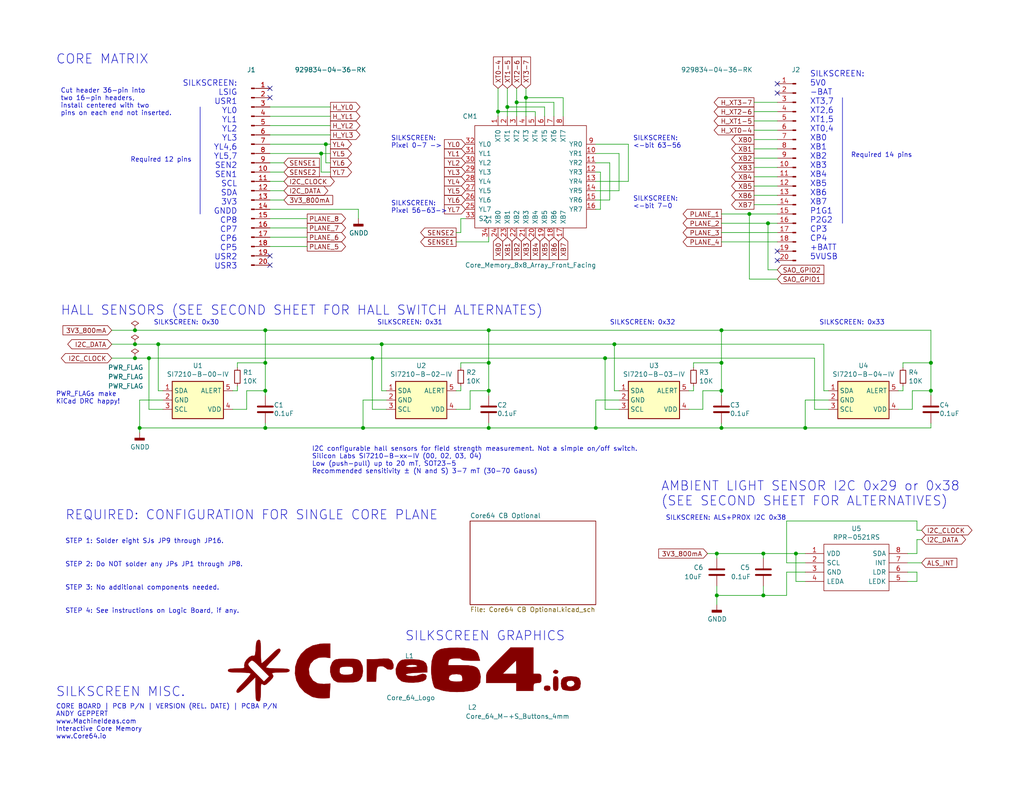
<source format=kicad_sch>
(kicad_sch (version 20230121) (generator eeschema)
  (paper "A")
  (title_block (title "Core64 CB (Core Board)") (date "2023-02-21") (rev "1.1") (company "Concept and design by Andy Geppert @ www.MachineIdeas.com") (comment 1 "Visit www.Core64.io for information on assembly and optional features.") (comment 4 "All capacitors ceramic X7R unless otherwise noted."))
  (lib_symbols
    (symbol "CORE_64_LIBRARY:Core_64_M-+S_Buttons_4mm" (pin_names (offset 1.016))
      (property "Reference" "L" (at 0 0 0))
      (property "Value" "Core_64_M-+S_Buttons_4mm" (at 1.27 -2.54 0))
    )
    (symbol "CORE_64_LIBRARY:Core_Memory_8x8_Array_Front_Facing" (pin_names (offset 1.016))
      (property "Reference" "CM" (at -13.97 15.24 0))
      (property "Value" "Core_Memory_8x8_Array_Front_Facing" (at 27.94 15.24 0))
      (symbol "Core_Memory_8x8_Array_Front_Facing_1_1"
        (pin input line (at -8.89 16.51 270) (length 2.54) (name "XT0") (number "1"))
        (pin input line (at 17.78 6.35 180) (length 2.54) (name "YR1") (number "10"))
        (pin input line (at 17.78 3.81 180) (length 2.54) (name "YR2") (number "11"))
        (pin input line (at 17.78 1.27 180) (length 2.54) (name "YR3") (number "12"))
        (pin input line (at 17.78 -1.27 180) (length 2.54) (name "YR4") (number "13"))
        (pin input line (at 17.78 -3.81 180) (length 2.54) (name "YR5") (number "14"))
        (pin input line (at 17.78 -6.35 180) (length 2.54) (name "YR6") (number "15"))
        (pin input line (at 17.78 -8.89 180) (length 2.54) (name "YR7") (number "16"))
        (pin input line (at 8.89 -16.51 90) (length 2.54) (name "XB7") (number "17"))
        (pin input line (at 6.35 -16.51 90) (length 2.54) (name "XB6") (number "18"))
        (pin input line (at 3.81 -16.51 90) (length 2.54) (name "XB5") (number "19"))
        (pin input line (at -6.35 16.51 270) (length 2.54) (name "XT1") (number "2"))
        (pin input line (at 1.27 -16.51 90) (length 2.54) (name "XB4") (number "20"))
        (pin input line (at -1.27 -16.51 90) (length 2.54) (name "XB3") (number "21"))
        (pin input line (at -3.81 -16.51 90) (length 2.54) (name "XB2") (number "22"))
        (pin input line (at -6.35 -16.51 90) (length 2.54) (name "XB1") (number "23"))
        (pin input line (at -8.89 -16.51 90) (length 2.54) (name "XB0") (number "24"))
        (pin input line (at -17.78 -8.89 0) (length 2.54) (name "YL7") (number "25"))
        (pin input line (at -17.78 -6.35 0) (length 2.54) (name "YL6") (number "26"))
        (pin input line (at -17.78 -3.81 0) (length 2.54) (name "YL5") (number "27"))
        (pin input line (at -17.78 -1.27 0) (length 2.54) (name "YL4") (number "28"))
        (pin input line (at -17.78 1.27 0) (length 2.54) (name "YL3") (number "29"))
        (pin input line (at -3.81 16.51 270) (length 2.54) (name "XT2") (number "3"))
        (pin input line (at -17.78 3.81 0) (length 2.54) (name "YL2") (number "30"))
        (pin input line (at -17.78 6.35 0) (length 2.54) (name "YL1") (number "31"))
        (pin input line (at -17.78 8.89 0) (length 2.54) (name "YL0") (number "32"))
        (pin output line (at -17.78 -11.43 0) (length 2.54) (name "S2") (number "33"))
        (pin output line (at -11.43 -16.51 90) (length 2.54) (name "S1") (number "34"))
        (pin input line (at -1.27 16.51 270) (length 2.54) (name "XT3") (number "4"))
        (pin input line (at 1.27 16.51 270) (length 2.54) (name "XT4") (number "5"))
        (pin input line (at 3.81 16.51 270) (length 2.54) (name "XT5") (number "6"))
        (pin input line (at 6.35 16.51 270) (length 2.54) (name "XT6") (number "7"))
        (pin input line (at 8.89 16.51 270) (length 2.54) (name "XT7") (number "8"))
        (pin input line (at 17.78 8.89 180) (length 2.54) (name "YR0") (number "9"))
      )
    )
    (symbol "CORE_64_LIBRARY:LOGO" (pin_names (offset 1.016)))
    (symbol "Core64 CB-rescue:Conn_01x20_Male-Connector" (pin_names (offset 1.016) hide)
      (property "Reference" "J" (at 0 25.4 0))
      (property "Value" "Connector_Conn_01x20_Male" (at 0 -27.94 0))
      (symbol "Conn_01x20_Male-Connector_1_1"
        (pin passive line (at 5.08 22.86 180) (length 3.81) (name "Pin_1") (number "1"))
        (pin passive line (at 5.08 0 180) (length 3.81) (name "Pin_10") (number "10"))
        (pin passive line (at 5.08 -2.54 180) (length 3.81) (name "Pin_11") (number "11"))
        (pin passive line (at 5.08 -5.08 180) (length 3.81) (name "Pin_12") (number "12"))
        (pin passive line (at 5.08 -7.62 180) (length 3.81) (name "Pin_13") (number "13"))
        (pin passive line (at 5.08 -10.16 180) (length 3.81) (name "Pin_14") (number "14"))
        (pin passive line (at 5.08 -12.7 180) (length 3.81) (name "Pin_15") (number "15"))
        (pin passive line (at 5.08 -15.24 180) (length 3.81) (name "Pin_16") (number "16"))
        (pin passive line (at 5.08 -17.78 180) (length 3.81) (name "Pin_17") (number "17"))
        (pin passive line (at 5.08 -20.32 180) (length 3.81) (name "Pin_18") (number "18"))
        (pin passive line (at 5.08 -22.86 180) (length 3.81) (name "Pin_19") (number "19"))
        (pin passive line (at 5.08 20.32 180) (length 3.81) (name "Pin_2") (number "2"))
        (pin passive line (at 5.08 -25.4 180) (length 3.81) (name "Pin_20") (number "20"))
        (pin passive line (at 5.08 17.78 180) (length 3.81) (name "Pin_3") (number "3"))
        (pin passive line (at 5.08 15.24 180) (length 3.81) (name "Pin_4") (number "4"))
        (pin passive line (at 5.08 12.7 180) (length 3.81) (name "Pin_5") (number "5"))
        (pin passive line (at 5.08 10.16 180) (length 3.81) (name "Pin_6") (number "6"))
        (pin passive line (at 5.08 7.62 180) (length 3.81) (name "Pin_7") (number "7"))
        (pin passive line (at 5.08 5.08 180) (length 3.81) (name "Pin_8") (number "8"))
        (pin passive line (at 5.08 2.54 180) (length 3.81) (name "Pin_9") (number "9"))
      )
    )
    (symbol "Core64 CB-rescue:RPR-0521RS-RPR-0521RS" (pin_names (offset 0.762))
      (property "Reference" "IC" (at 24.13 7.62 0))
      (property "Value" "RPR-0521RS_RPR-0521RS" (at 24.13 5.08 0))
      (symbol "RPR-0521RS-RPR-0521RS_0_0"
        (pin passive line (at 0 0 0) (length 5.08) (name "VDD") (number "1"))
        (pin passive line (at 0 -2.54 0) (length 5.08) (name "SCL") (number "2"))
        (pin passive line (at 0 -5.08 0) (length 5.08) (name "GND") (number "3"))
        (pin passive line (at 0 -7.62 0) (length 5.08) (name "LEDA") (number "4"))
        (pin passive line (at 27.94 -7.62 180) (length 5.08) (name "LEDK") (number "5"))
        (pin passive line (at 27.94 -5.08 180) (length 5.08) (name "LDR") (number "6"))
        (pin passive line (at 27.94 -2.54 180) (length 5.08) (name "INT") (number "7"))
        (pin passive line (at 27.94 0 180) (length 5.08) (name "SDA") (number "8"))
      )
    )
    (symbol "Core64 CB-rescue:SI7210-Sensor_Magnetic"
      (property "Reference" "U" (at -6.35 5.08 0))
      (property "Value" "Sensor_Magnetic_SI7210" (at 2.54 5.08 0))
      (symbol "SI7210-Sensor_Magnetic_1_1"
        (pin bidirectional line (at -10.16 0 0) (length 2.54) (name "SDA") (number "1"))
        (pin power_in line (at -10.16 -2.54 0) (length 2.54) (name "GND") (number "2"))
        (pin bidirectional line (at -10.16 -5.08 0) (length 2.54) (name "SCL") (number "3"))
        (pin power_in line (at 8.89 -5.08 180) (length 2.54) (name "VDD") (number "4"))
        (pin power_out line (at 8.89 0 180) (length 2.54) (name "ALERT") (number "5"))
      )
    )
    (symbol "Device:C" (pin_numbers hide) (pin_names (offset 0.254))
      (property "Reference" "C" (at 0.635 2.54 0))
      (property "Value" "C" (at 0.635 -2.54 0))
      (symbol "C_1_1"
        (pin passive line (at 0 3.81 270) (length 2.794) (name "~") (number "1"))
        (pin passive line (at 0 -3.81 90) (length 2.794) (name "~") (number "2"))
      )
    )
    (symbol "Device:R_Small" (pin_numbers hide) (pin_names (offset 0.254) hide)
      (property "Reference" "R" (at 0.762 0.508 0))
      (property "Value" "R_Small" (at 0.762 -1.016 0))
      (symbol "R_Small_1_1"
        (pin passive line (at 0 2.54 270) (length 0.762) (name "~") (number "1"))
        (pin passive line (at 0 -2.54 90) (length 0.762) (name "~") (number "2"))
      )
    )
    (symbol "power:GNDD" (power) (pin_names (offset 0))
      (property "Value" "GNDD" (at 0 -3.175 0))
      (symbol "GNDD_1_1"
        (pin power_in line (at 0 0 270) (length 0) hide (name "GNDD") (number "1"))
      )
    )
    (symbol "power:PWR_FLAG" (power) (pin_numbers hide) (pin_names (offset 0) hide)
      (property "Value" "PWR_FLAG" (at 0 3.81 0))
      (symbol "PWR_FLAG_0_0"
        (pin power_out line (at 0 0 90) (length 0) (name "pwr") (number "1"))
      )
    )
  )
  (junction (at 133.35 99.06))
  (junction (at 133.35 106.68))
  (junction (at 104.14 93.98))
  (junction (at 162.56 116.84))
  (junction (at 36.83 90.17))
  (junction (at 38.1 116.84))
  (junction (at 196.85 90.17))
  (junction (at 167.64 93.98))
  (junction (at 72.39 106.68))
  (junction (at 36.83 93.98))
  (junction (at 219.71 116.84))
  (junction (at 138.43 29.21))
  (junction (at 196.85 116.84))
  (junction (at 217.17 151.13))
  (junction (at 209.55 60.96))
  (junction (at 72.39 116.84))
  (junction (at 140.97 27.94))
  (junction (at 204.47 58.42))
  (junction (at 40.64 97.79))
  (junction (at 196.85 106.68))
  (junction (at 195.58 151.13))
  (junction (at 72.39 99.06))
  (junction (at 87.63 41.91))
  (junction (at 88.9 39.37))
  (junction (at 165.1 97.79))
  (junction (at 43.18 93.98))
  (junction (at 135.89 30.48))
  (junction (at 133.35 90.17))
  (junction (at 196.85 99.06))
  (junction (at 254 99.06))
  (junction (at 195.58 162.56))
  (junction (at 36.83 97.79))
  (junction (at 72.39 90.17))
  (junction (at 208.28 151.13))
  (junction (at 99.06 116.84))
  (junction (at 133.35 116.84))
  (junction (at 254 106.68))
  (junction (at 143.51 26.67))
  (junction (at 208.28 162.56))
  (junction (at 101.6 97.79))
  (no_connect (at 212.09 71.12))
  (no_connect (at 73.66 26.67))
  (no_connect (at 212.09 22.86))
  (no_connect (at 73.66 24.13))
  (no_connect (at 73.66 69.85))
  (no_connect (at 212.09 68.58))
  (no_connect (at 73.66 72.39))
  (no_connect (at 212.09 25.4))
  (wire (pts (xy 133.35 99.06) (xy 133.35 90.17)))
  (wire (pts (xy 72.39 99.06) (xy 72.39 106.68)))
  (wire (pts (xy 125.73 100.33) (xy 125.73 99.06)))
  (wire (pts (xy 246.38 105.41) (xy 246.38 106.68)))
  (wire (pts (xy 250.19 156.21) (xy 247.65 156.21)))
  (wire (pts (xy 90.17 29.21) (xy 73.66 29.21)))
  (wire (pts (xy 90.17 41.91) (xy 87.63 41.91)))
  (wire (pts (xy 219.71 116.84) (xy 219.71 109.22)))
  (wire (pts (xy 72.39 106.68) (xy 67.31 106.68)))
  (wire (pts (xy 219.71 158.75) (xy 217.17 158.75)))
  (wire (pts (xy 165.1 97.79) (xy 222.25 97.79)))
  (wire (pts (xy 166.37 44.45) (xy 162.56 44.45)))
  (wire (pts (xy 212.09 76.2) (xy 204.47 76.2)))
  (wire (pts (xy 73.66 49.53) (xy 77.47 49.53)))
  (polyline (pts (xy 54.61 29.21) (xy 54.61 58.42)))
  (wire (pts (xy 40.64 111.76) (xy 44.45 111.76)))
  (wire (pts (xy 90.17 36.83) (xy 73.66 36.83)))
  (wire (pts (xy 196.85 66.04) (xy 212.09 66.04)))
  (wire (pts (xy 254 106.68) (xy 248.92 106.68)))
  (wire (pts (xy 40.64 111.76) (xy 40.64 97.79)))
  (wire (pts (xy 247.65 158.75) (xy 250.19 158.75)))
  (wire (pts (xy 73.66 54.61) (xy 77.47 54.61)))
  (wire (pts (xy 133.35 90.17) (xy 196.85 90.17)))
  (wire (pts (xy 196.85 116.84) (xy 219.71 116.84)))
  (wire (pts (xy 99.06 109.22) (xy 99.06 116.84)))
  (wire (pts (xy 72.39 116.84) (xy 38.1 116.84)))
  (wire (pts (xy 246.38 106.68) (xy 245.11 106.68)))
  (wire (pts (xy 30.48 97.79) (xy 36.83 97.79)))
  (wire (pts (xy 125.73 105.41) (xy 125.73 106.68)))
  (wire (pts (xy 148.59 29.21) (xy 148.59 31.75)))
  (wire (pts (xy 251.46 144.78) (xy 250.19 144.78)))
  (wire (pts (xy 246.38 100.33) (xy 246.38 99.06)))
  (wire (pts (xy 73.66 64.77) (xy 83.82 64.77)))
  (wire (pts (xy 168.91 106.68) (xy 167.64 106.68)))
  (wire (pts (xy 162.56 57.15) (xy 163.83 57.15)))
  (wire (pts (xy 64.77 106.68) (xy 63.5 106.68)))
  (wire (pts (xy 250.19 151.13) (xy 250.19 147.32)))
  (wire (pts (xy 196.85 107.95) (xy 196.85 106.68)))
  (wire (pts (xy 208.28 151.13) (xy 195.58 151.13)))
  (wire (pts (xy 167.64 106.68) (xy 167.64 93.98)))
  (wire (pts (xy 209.55 60.96) (xy 209.55 73.66)))
  (wire (pts (xy 217.17 158.75) (xy 217.17 151.13)))
  (wire (pts (xy 101.6 97.79) (xy 165.1 97.79)))
  (wire (pts (xy 254 115.57) (xy 254 116.84)))
  (wire (pts (xy 105.41 109.22) (xy 99.06 109.22)))
  (wire (pts (xy 205.74 50.8) (xy 212.09 50.8)))
  (wire (pts (xy 219.71 156.21) (xy 214.63 156.21)))
  (wire (pts (xy 250.19 144.78) (xy 250.19 142.24)))
  (wire (pts (xy 99.06 116.84) (xy 72.39 116.84)))
  (wire (pts (xy 217.17 151.13) (xy 219.71 151.13)))
  (wire (pts (xy 101.6 111.76) (xy 101.6 97.79)))
  (wire (pts (xy 195.58 152.4) (xy 195.58 151.13)))
  (wire (pts (xy 73.66 34.29) (xy 90.17 34.29)))
  (wire (pts (xy 43.18 106.68) (xy 43.18 93.98)))
  (wire (pts (xy 36.83 93.98) (xy 43.18 93.98)))
  (wire (pts (xy 247.65 151.13) (xy 250.19 151.13)))
  (wire (pts (xy 73.66 52.07) (xy 77.47 52.07)))
  (wire (pts (xy 196.85 63.5) (xy 212.09 63.5)))
  (wire (pts (xy 73.66 31.75) (xy 90.17 31.75)))
  (wire (pts (xy 88.9 44.45) (xy 90.17 44.45)))
  (wire (pts (xy 44.45 109.22) (xy 38.1 109.22)))
  (wire (pts (xy 87.63 41.91) (xy 73.66 41.91)))
  (wire (pts (xy 143.51 31.75) (xy 143.51 26.67)))
  (wire (pts (xy 226.06 111.76) (xy 222.25 111.76)))
  (wire (pts (xy 151.13 27.94) (xy 151.13 31.75)))
  (wire (pts (xy 73.66 59.69) (xy 83.82 59.69)))
  (wire (pts (xy 195.58 162.56) (xy 195.58 160.02)))
  (wire (pts (xy 196.85 106.68) (xy 191.77 106.68)))
  (wire (pts (xy 43.18 93.98) (xy 104.14 93.98)))
  (wire (pts (xy 99.06 116.84) (xy 133.35 116.84)))
  (wire (pts (xy 214.63 156.21) (xy 214.63 162.56)))
  (wire (pts (xy 153.67 26.67) (xy 153.67 31.75)))
  (wire (pts (xy 171.45 39.37) (xy 171.45 49.53)))
  (wire (pts (xy 171.45 49.53) (xy 162.56 49.53)))
  (wire (pts (xy 30.48 93.98) (xy 36.83 93.98)))
  (wire (pts (xy 135.89 30.48) (xy 146.05 30.48)))
  (wire (pts (xy 133.35 115.57) (xy 133.35 116.84)))
  (wire (pts (xy 162.56 52.07) (xy 168.91 52.07)))
  (wire (pts (xy 88.9 39.37) (xy 73.66 39.37)))
  (wire (pts (xy 212.09 43.18) (xy 205.74 43.18)))
  (wire (pts (xy 88.9 39.37) (xy 88.9 44.45)))
  (wire (pts (xy 36.83 90.17) (xy 30.48 90.17)))
  (wire (pts (xy 168.91 111.76) (xy 165.1 111.76)))
  (wire (pts (xy 72.39 90.17) (xy 36.83 90.17)))
  (wire (pts (xy 87.63 46.99) (xy 90.17 46.99)))
  (wire (pts (xy 196.85 90.17) (xy 254 90.17)))
  (wire (pts (xy 38.1 116.84) (xy 38.1 118.11)))
  (wire (pts (xy 140.97 27.94) (xy 140.97 24.13)))
  (wire (pts (xy 214.63 142.24) (xy 214.63 153.67)))
  (polyline (pts (xy 229.87 26.67) (xy 229.87 60.96)))
  (wire (pts (xy 208.28 151.13) (xy 208.28 152.4)))
  (wire (pts (xy 87.63 41.91) (xy 87.63 46.99)))
  (wire (pts (xy 73.66 57.15) (xy 97.79 57.15)))
  (wire (pts (xy 104.14 93.98) (xy 167.64 93.98)))
  (wire (pts (xy 212.09 38.1) (xy 205.74 38.1)))
  (wire (pts (xy 250.19 147.32) (xy 251.46 147.32)))
  (wire (pts (xy 247.65 153.67) (xy 251.46 153.67)))
  (wire (pts (xy 162.56 109.22) (xy 162.56 116.84)))
  (wire (pts (xy 254 99.06) (xy 254 106.68)))
  (wire (pts (xy 219.71 153.67) (xy 214.63 153.67)))
  (wire (pts (xy 189.23 99.06) (xy 196.85 99.06)))
  (wire (pts (xy 73.66 44.45) (xy 77.47 44.45)))
  (wire (pts (xy 246.38 99.06) (xy 254 99.06)))
  (wire (pts (xy 133.35 106.68) (xy 128.27 106.68)))
  (wire (pts (xy 191.77 111.76) (xy 191.77 106.68)))
  (wire (pts (xy 83.82 62.23) (xy 73.66 62.23)))
  (wire (pts (xy 125.73 99.06) (xy 133.35 99.06)))
  (wire (pts (xy 40.64 97.79) (xy 101.6 97.79)))
  (wire (pts (xy 205.74 30.48) (xy 212.09 30.48)))
  (wire (pts (xy 146.05 30.48) (xy 146.05 31.75)))
  (wire (pts (xy 189.23 105.41) (xy 189.23 106.68)))
  (wire (pts (xy 143.51 26.67) (xy 153.67 26.67)))
  (wire (pts (xy 127 59.69) (xy 125.73 59.69)))
  (wire (pts (xy 245.11 111.76) (xy 248.92 111.76)))
  (wire (pts (xy 168.91 41.91) (xy 162.56 41.91)))
  (wire (pts (xy 63.5 111.76) (xy 67.31 111.76)))
  (wire (pts (xy 72.39 90.17) (xy 133.35 90.17)))
  (wire (pts (xy 133.35 116.84) (xy 162.56 116.84)))
  (wire (pts (xy 196.85 99.06) (xy 196.85 90.17)))
  (wire (pts (xy 72.39 99.06) (xy 72.39 90.17)))
  (wire (pts (xy 162.56 39.37) (xy 171.45 39.37)))
  (wire (pts (xy 138.43 31.75) (xy 138.43 29.21)))
  (wire (pts (xy 196.85 60.96) (xy 209.55 60.96)))
  (wire (pts (xy 208.28 162.56) (xy 214.63 162.56)))
  (wire (pts (xy 209.55 60.96) (xy 212.09 60.96)))
  (wire (pts (xy 189.23 106.68) (xy 187.96 106.68)))
  (wire (pts (xy 90.17 39.37) (xy 88.9 39.37)))
  (wire (pts (xy 133.35 107.95) (xy 133.35 106.68)))
  (wire (pts (xy 64.77 99.06) (xy 72.39 99.06)))
  (wire (pts (xy 135.89 30.48) (xy 135.89 24.13)))
  (wire (pts (xy 205.74 35.56) (xy 212.09 35.56)))
  (wire (pts (xy 83.82 67.31) (xy 73.66 67.31)))
  (wire (pts (xy 195.58 165.1) (xy 195.58 162.56)))
  (wire (pts (xy 72.39 115.57) (xy 72.39 116.84)))
  (wire (pts (xy 196.85 99.06) (xy 196.85 106.68)))
  (wire (pts (xy 138.43 29.21) (xy 138.43 24.13)))
  (wire (pts (xy 163.83 46.99) (xy 162.56 46.99)))
  (wire (pts (xy 209.55 73.66) (xy 212.09 73.66)))
  (wire (pts (xy 140.97 27.94) (xy 151.13 27.94)))
  (wire (pts (xy 128.27 111.76) (xy 128.27 106.68)))
  (wire (pts (xy 219.71 109.22) (xy 226.06 109.22)))
  (wire (pts (xy 163.83 57.15) (xy 163.83 46.99)))
  (wire (pts (xy 77.47 46.99) (xy 73.66 46.99)))
  (wire (pts (xy 205.74 27.94) (xy 212.09 27.94)))
  (wire (pts (xy 104.14 106.68) (xy 104.14 93.98)))
  (wire (pts (xy 214.63 142.24) (xy 250.19 142.24)))
  (wire (pts (xy 224.79 106.68) (xy 224.79 93.98)))
  (wire (pts (xy 138.43 29.21) (xy 148.59 29.21)))
  (wire (pts (xy 124.46 111.76) (xy 128.27 111.76)))
  (wire (pts (xy 168.91 52.07) (xy 168.91 41.91)))
  (wire (pts (xy 162.56 116.84) (xy 196.85 116.84)))
  (wire (pts (xy 205.74 53.34) (xy 212.09 53.34)))
  (wire (pts (xy 43.18 106.68) (xy 44.45 106.68)))
  (wire (pts (xy 167.64 93.98) (xy 224.79 93.98)))
  (wire (pts (xy 64.77 105.41) (xy 64.77 106.68)))
  (wire (pts (xy 254 99.06) (xy 254 90.17)))
  (wire (pts (xy 97.79 57.15) (xy 97.79 59.69)))
  (wire (pts (xy 105.41 111.76) (xy 101.6 111.76)))
  (wire (pts (xy 36.83 97.79) (xy 40.64 97.79)))
  (wire (pts (xy 165.1 111.76) (xy 165.1 97.79)))
  (wire (pts (xy 67.31 111.76) (xy 67.31 106.68)))
  (wire (pts (xy 205.74 55.88) (xy 212.09 55.88)))
  (wire (pts (xy 208.28 162.56) (xy 195.58 162.56)))
  (wire (pts (xy 248.92 111.76) (xy 248.92 106.68)))
  (wire (pts (xy 168.91 109.22) (xy 162.56 109.22)))
  (wire (pts (xy 208.28 151.13) (xy 217.17 151.13)))
  (wire (pts (xy 219.71 116.84) (xy 254 116.84)))
  (wire (pts (xy 212.09 48.26) (xy 205.74 48.26)))
  (wire (pts (xy 125.73 106.68) (xy 124.46 106.68)))
  (wire (pts (xy 254 107.95) (xy 254 106.68)))
  (wire (pts (xy 140.97 31.75) (xy 140.97 27.94)))
  (wire (pts (xy 189.23 100.33) (xy 189.23 99.06)))
  (wire (pts (xy 125.73 59.69) (xy 125.73 63.5)))
  (wire (pts (xy 38.1 109.22) (xy 38.1 116.84)))
  (wire (pts (xy 193.04 151.13) (xy 195.58 151.13)))
  (wire (pts (xy 205.74 33.02) (xy 212.09 33.02)))
  (wire (pts (xy 250.19 158.75) (xy 250.19 156.21)))
  (wire (pts (xy 212.09 40.64) (xy 205.74 40.64)))
  (wire (pts (xy 212.09 58.42) (xy 204.47 58.42)))
  (wire (pts (xy 143.51 26.67) (xy 143.51 24.13)))
  (wire (pts (xy 204.47 76.2) (xy 204.47 58.42)))
  (wire (pts (xy 162.56 54.61) (xy 166.37 54.61)))
  (wire (pts (xy 72.39 107.95) (xy 72.39 106.68)))
  (wire (pts (xy 187.96 111.76) (xy 191.77 111.76)))
  (wire (pts (xy 208.28 162.56) (xy 208.28 160.02)))
  (wire (pts (xy 135.89 30.48) (xy 135.89 31.75)))
  (wire (pts (xy 166.37 54.61) (xy 166.37 44.45)))
  (wire (pts (xy 105.41 106.68) (xy 104.14 106.68)))
  (wire (pts (xy 64.77 100.33) (xy 64.77 99.06)))
  (wire (pts (xy 222.25 111.76) (xy 222.25 97.79)))
  (wire (pts (xy 226.06 106.68) (xy 224.79 106.68)))
  (wire (pts (xy 196.85 115.57) (xy 196.85 116.84)))
  (wire (pts (xy 125.73 63.5) (xy 124.46 63.5)))
  (wire (pts (xy 204.47 58.42) (xy 196.85 58.42)))
  (wire (pts (xy 205.74 45.72) (xy 212.09 45.72)))
  (wire (pts (xy 133.35 66.04) (xy 133.35 64.77)))
  (wire (pts (xy 133.35 99.06) (xy 133.35 106.68)))
  (wire (pts (xy 124.46 66.04) (xy 133.35 66.04)))
  (text "SILKSCREEN MISC." (at 15.24 190.5 0) (effects (font (size 2.54 2.54)) (justify left bottom)))
  (text "SILKSCREEN: 0x33" (at 223.52 88.9 0) (effects (font (size 1.27 1.27)) (justify left bottom)))
  (text "SILKSCREEN:\n<-bit 7-0" (at 172.72 57.15 0) (effects (font (size 1.27 1.27)) (justify left bottom)))
  (text "AMBIENT LIGHT SENSOR I2C 0x29 or 0x38\n(SEE SECOND SHEET FOR ALTERNATIVES)" (at 180.34 138.43 0) (effects (font (size 2.54 2.54)) (justify left bottom)))
  (text "SILKSCREEN: ALS+PROX I2C 0x38" (at 181.61 142.24 0) (effects (font (size 1.27 1.27)) (justify left bottom)))
  (text "SILKSCREEN GRAPHICS" (at 110.49 175.26 0) (effects (font (size 2.54 2.54)) (justify left bottom)))
  (text "REQUIRED: CONFIGURATION FOR SINGLE CORE PLANE" (at 17.78 142.24 0) (effects (font (size 2.54 2.54)) (justify left bottom)))
  (text "SILKSCREEN:\n<-bit 63-56" (at 172.72 40.64 0) (effects (font (size 1.27 1.27)) (justify left bottom)))
  (text "PWR_FLAGs make\nKiCad DRC happy!" (at 15.24 110.49 0) (effects (font (size 1.27 1.27)) (justify left bottom)))
  (text "STEP 4: See instructions on Logic Board, if any." (at 17.78 167.64 0) (effects (font (size 1.27 1.27)) (justify left bottom)))
  (text "SILKSCREEN:\nPixel 0-7 ->" (at 106.68 40.64 0) (effects (font (size 1.27 1.27)) (justify left bottom)))
  (text "Cut header 36-pin into\ntwo 16-pin headers,\ninstall centered with two\npins on each end not inserted." (at 16.51 31.75 0) (effects (font (size 1.27 1.27)) (justify left bottom)))
  (text "SILKSCREEN:\nLSIG\nUSR1\nYL0\nYL1\nYL2\nYL3\nYL4,6\nYL5,7\nSEN2\nSEN1\nSCL\nSDA\n3V3\nGNDD\nCP8\nCP7\nCP6\nCP5\nUSR2\nUSR3" (at 64.77 73.66 0) (effects (font (size 1.55 1.55)) (justify right bottom)))
  (text "SILKSCREEN:\nPixel 56-63->" (at 106.68 58.42 0) (effects (font (size 1.27 1.27)) (justify left bottom)))
  (text "STEP 1: Solder eight SJs JP9 through JP16." (at 17.78 148.59 0) (effects (font (size 1.27 1.27)) (justify left bottom)))
  (text "I2C configurable hall sensors for field strength measurement. Not a simple on/off switch.\nSilicon Labs SI7210-B-xx-IV (00, 02, 03, 04)\nLow (push-pull) up to 20 mT, SOT23-5\nRecommended sensitivity ± (N and S) 3-7 mT (30-70 Gauss)" (at 85.09 129.54 0) (effects (font (size 1.27 1.27)) (justify left bottom)))
  (text "SILKSCREEN:\n5V0\n-BAT\nXT3,7\nXT2,6\nXT1,5\nXT0,4\nXB0\nXB1\nXB2\nXB3\nXB4\nXB5\nXB6\nXB7\nP1G1\nP2G2\nCP3\nCP4\n+BATT\n5VUSB" (at 220.98 71.12 0) (effects (font (size 1.55 1.55)) (justify left bottom)))
  (text "CORE MATRIX" (at 15.24 17.78 0) (effects (font (size 2.54 2.54)) (justify left bottom)))
  (text "HALL SENSORS (SEE SECOND SHEET FOR HALL SWITCH ALTERNATES)" (at 16.51 86.36 0) (effects (font (size 2.54 2.54)) (justify left bottom)))
  (text "Required 12 pins" (at 35.56 44.45 0) (effects (font (size 1.27 1.27)) (justify left bottom)))
  (text "SILKSCREEN: 0x32" (at 166.37 88.9 0) (effects (font (size 1.27 1.27)) (justify left bottom)))
  (text "STEP 2: Do NOT solder any JPs JP1 through JP8." (at 17.78 154.94 0) (effects (font (size 1.27 1.27)) (justify left bottom)))
  (text "SILKSCREEN: 0x30" (at 41.91 88.9 0) (effects (font (size 1.27 1.27)) (justify left bottom)))
  (text "CORE BOARD | PCB P/N | VERSION (REL. DATE) | PCBA P/N\nANDY GEPPERT   \nwww.MachineIdeas.com\nInteractive Core Memory\nwww.Core64.io" (at 15.24 201.93 0) (effects (font (size 1.27 1.27)) (justify left bottom)))
  (text "SILKSCREEN: 0x31" (at 102.87 88.9 0) (effects (font (size 1.27 1.27)) (justify left bottom)))
  (text "STEP 3: No additional components needed." (at 17.78 161.29 0) (effects (font (size 1.27 1.27)) (justify left bottom)))
  (text "Required 14 pins" (at 248.92 43.18 0) (effects (font (size 1.27 1.27)) (justify right bottom)))
  (global_label "YL1" (shape input) (at 127 41.91 180) (property "Intersheetrefs" "${INTERSHEET_REFS}" (effects hide)))
  (global_label "YL7" (shape output) (at 90.17 46.99 0) (property "Intersheetrefs" "${INTERSHEET_REFS}" (effects hide)))
  (global_label "H_XT0-4" (shape output) (at 205.74 35.56 180) (property "Intersheetrefs" "${INTERSHEET_REFS}" (effects hide)))
  (global_label "I2C_CLOCK" (shape bidirectional) (at 30.48 97.79 180) (property "Intersheetrefs" "${INTERSHEET_REFS}" (effects hide)))
  (global_label "XT0-4" (shape input) (at 135.89 24.13 90) (property "Intersheetrefs" "${INTERSHEET_REFS}" (effects hide)))
  (global_label "I2C_CLOCK" (shape bidirectional) (at 251.46 144.78 0) (property "Intersheetrefs" "${INTERSHEET_REFS}" (effects hide)))
  (global_label "H_XT2-6" (shape output) (at 205.74 30.48 180) (property "Intersheetrefs" "${INTERSHEET_REFS}" (effects hide)))
  (global_label "XB7" (shape output) (at 205.74 55.88 180) (property "Intersheetrefs" "${INTERSHEET_REFS}" (effects hide)))
  (global_label "XB4" (shape input) (at 146.05 64.77 270) (property "Intersheetrefs" "${INTERSHEET_REFS}" (effects hide)))
  (global_label "XT1-5" (shape input) (at 138.43 24.13 90) (property "Intersheetrefs" "${INTERSHEET_REFS}" (effects hide)))
  (global_label "YL4" (shape input) (at 127 49.53 180) (property "Intersheetrefs" "${INTERSHEET_REFS}" (effects hide)))
  (global_label "PLANE_1" (shape output) (at 196.85 58.42 180) (property "Intersheetrefs" "${INTERSHEET_REFS}" (effects hide)))
  (global_label "PLANE_7" (shape output) (at 83.82 62.23 0) (property "Intersheetrefs" "${INTERSHEET_REFS}" (effects hide)))
  (global_label "YL5" (shape input) (at 127 52.07 180) (property "Intersheetrefs" "${INTERSHEET_REFS}" (effects hide)))
  (global_label "H_YL3" (shape output) (at 90.17 36.83 0) (property "Intersheetrefs" "${INTERSHEET_REFS}" (effects hide)))
  (global_label "XB7" (shape input) (at 153.67 64.77 270) (property "Intersheetrefs" "${INTERSHEET_REFS}" (effects hide)))
  (global_label "XB0" (shape input) (at 135.89 64.77 270) (property "Intersheetrefs" "${INTERSHEET_REFS}" (effects hide)))
  (global_label "H_YL1" (shape output) (at 90.17 31.75 0) (property "Intersheetrefs" "${INTERSHEET_REFS}" (effects hide)))
  (global_label "SENSE1" (shape output) (at 124.46 66.04 180) (property "Intersheetrefs" "${INTERSHEET_REFS}" (effects hide)))
  (global_label "YL0" (shape input) (at 127 39.37 180) (property "Intersheetrefs" "${INTERSHEET_REFS}" (effects hide)))
  (global_label "3V3_800mA" (shape input) (at 77.47 54.61 0) (property "Intersheetrefs" "${INTERSHEET_REFS}" (effects hide)))
  (global_label "YL4" (shape output) (at 90.17 39.37 0) (property "Intersheetrefs" "${INTERSHEET_REFS}" (effects hide)))
  (global_label "3V3_800mA" (shape input) (at 193.04 151.13 180) (property "Intersheetrefs" "${INTERSHEET_REFS}" (effects hide)))
  (global_label "XB6" (shape input) (at 151.13 64.77 270) (property "Intersheetrefs" "${INTERSHEET_REFS}" (effects hide)))
  (global_label "XB5" (shape output) (at 205.74 50.8 180) (property "Intersheetrefs" "${INTERSHEET_REFS}" (effects hide)))
  (global_label "PLANE_8" (shape output) (at 83.82 59.69 0) (property "Intersheetrefs" "${INTERSHEET_REFS}" (effects hide)))
  (global_label "H_XT3-7" (shape output) (at 205.74 27.94 180) (property "Intersheetrefs" "${INTERSHEET_REFS}" (effects hide)))
  (global_label "YL7" (shape input) (at 127 57.15 180) (property "Intersheetrefs" "${INTERSHEET_REFS}" (effects hide)))
  (global_label "SENSE2" (shape output) (at 124.46 63.5 180) (property "Intersheetrefs" "${INTERSHEET_REFS}" (effects hide)))
  (global_label "PLANE_4" (shape output) (at 196.85 66.04 180) (property "Intersheetrefs" "${INTERSHEET_REFS}" (effects hide)))
  (global_label "XB3" (shape input) (at 143.51 64.77 270) (property "Intersheetrefs" "${INTERSHEET_REFS}" (effects hide)))
  (global_label "XT2-6" (shape input) (at 140.97 24.13 90) (property "Intersheetrefs" "${INTERSHEET_REFS}" (effects hide)))
  (global_label "YL3" (shape input) (at 127 46.99 180) (property "Intersheetrefs" "${INTERSHEET_REFS}" (effects hide)))
  (global_label "H_YL0" (shape output) (at 90.17 29.21 0) (property "Intersheetrefs" "${INTERSHEET_REFS}" (effects hide)))
  (global_label "YL5" (shape output) (at 90.17 41.91 0) (property "Intersheetrefs" "${INTERSHEET_REFS}" (effects hide)))
  (global_label "I2C_CLOCK" (shape bidirectional) (at 77.47 49.53 0) (property "Intersheetrefs" "${INTERSHEET_REFS}" (effects hide)))
  (global_label "YL2" (shape input) (at 127 44.45 180) (property "Intersheetrefs" "${INTERSHEET_REFS}" (effects hide)))
  (global_label "PLANE_2" (shape output) (at 196.85 60.96 180) (property "Intersheetrefs" "${INTERSHEET_REFS}" (effects hide)))
  (global_label "PLANE_6" (shape output) (at 83.82 64.77 0) (property "Intersheetrefs" "${INTERSHEET_REFS}" (effects hide)))
  (global_label "XB1" (shape output) (at 205.74 40.64 180) (property "Intersheetrefs" "${INTERSHEET_REFS}" (effects hide)))
  (global_label "XB2" (shape output) (at 205.74 43.18 180) (property "Intersheetrefs" "${INTERSHEET_REFS}" (effects hide)))
  (global_label "3V3_800mA" (shape input) (at 30.48 90.17 180) (property "Intersheetrefs" "${INTERSHEET_REFS}" (effects hide)))
  (global_label "PLANE_5" (shape output) (at 83.82 67.31 0) (property "Intersheetrefs" "${INTERSHEET_REFS}" (effects hide)))
  (global_label "XB3" (shape output) (at 205.74 45.72 180) (property "Intersheetrefs" "${INTERSHEET_REFS}" (effects hide)))
  (global_label "XB1" (shape input) (at 138.43 64.77 270) (property "Intersheetrefs" "${INTERSHEET_REFS}" (effects hide)))
  (global_label "ALS_INT" (shape input) (at 251.46 153.67 0) (property "Intersheetrefs" "${INTERSHEET_REFS}" (effects hide)))
  (global_label "H_XT1-5" (shape output) (at 205.74 33.02 180) (property "Intersheetrefs" "${INTERSHEET_REFS}" (effects hide)))
  (global_label "I2C_DATA" (shape bidirectional) (at 251.46 147.32 0) (property "Intersheetrefs" "${INTERSHEET_REFS}" (effects hide)))
  (global_label "SENSE2" (shape input) (at 77.47 46.99 0) (property "Intersheetrefs" "${INTERSHEET_REFS}" (effects hide)))
  (global_label "SAO_GPIO1" (shape input) (at 212.09 76.2 0) (property "Intersheetrefs" "${INTERSHEET_REFS}" (effects hide)))
  (global_label "YL6" (shape output) (at 90.17 44.45 0) (property "Intersheetrefs" "${INTERSHEET_REFS}" (effects hide)))
  (global_label "I2C_DATA" (shape bidirectional) (at 77.47 52.07 0) (property "Intersheetrefs" "${INTERSHEET_REFS}" (effects hide)))
  (global_label "XB2" (shape input) (at 140.97 64.77 270) (property "Intersheetrefs" "${INTERSHEET_REFS}" (effects hide)))
  (global_label "XB0" (shape output) (at 205.74 38.1 180) (property "Intersheetrefs" "${INTERSHEET_REFS}" (effects hide)))
  (global_label "XB6" (shape output) (at 205.74 53.34 180) (property "Intersheetrefs" "${INTERSHEET_REFS}" (effects hide)))
  (global_label "H_YL2" (shape output) (at 90.17 34.29 0) (property "Intersheetrefs" "${INTERSHEET_REFS}" (effects hide)))
  (global_label "SAO_GPIO2" (shape input) (at 212.09 73.66 0) (property "Intersheetrefs" "${INTERSHEET_REFS}" (effects hide)))
  (global_label "XT3-7" (shape input) (at 143.51 24.13 90) (property "Intersheetrefs" "${INTERSHEET_REFS}" (effects hide)))
  (global_label "YL6" (shape input) (at 127 54.61 180) (property "Intersheetrefs" "${INTERSHEET_REFS}" (effects hide)))
  (global_label "PLANE_3" (shape output) (at 196.85 63.5 180) (property "Intersheetrefs" "${INTERSHEET_REFS}" (effects hide)))
  (global_label "XB4" (shape output) (at 205.74 48.26 180) (property "Intersheetrefs" "${INTERSHEET_REFS}" (effects hide)))
  (global_label "I2C_DATA" (shape bidirectional) (at 30.48 93.98 180) (property "Intersheetrefs" "${INTERSHEET_REFS}" (effects hide)))
  (global_label "XB5" (shape input) (at 148.59 64.77 270) (property "Intersheetrefs" "${INTERSHEET_REFS}" (effects hide)))
  (global_label "SENSE1" (shape input) (at 77.47 44.45 0) (property "Intersheetrefs" "${INTERSHEET_REFS}" (effects hide)))
  (symbol (lib_id "Core64 CB-rescue:Conn_01x20_Male-Connector") (at 217.17 45.72 0) (mirror y) (unit 1)
    (property "Reference" "J2" (at 217.17 19.05 0))
    (property "Value" "929834-04-36-RK" (at 195.58 19.05 0))
    (property "Footprint" "Core_64_footprints:PinHeader_1x20_P2.54mm_Vertical_SMD_and_TH_Pin1Right" (effects hide))
    (property "Alt. Manufacturer" "Amphenol ICC (FCI)" (effects hide))
    (property "Alt. Mfg P/N" "77311-420-36LF" (effects hide))
    (property "Mfg P/N" "929834-04-36-RK" (effects hide))
    (property "Insert" "NO" (effects hide))
    (property "Manufacturer_Name" "3M" (effects hide))
    (property "Supplier (Primary)" "Mouser" (effects hide))
    (property "Supplier SKU (Primary)" "517-929834-04-36-RK" (effects hide))
  )
  (symbol (lib_id "Core64 CB-rescue:Conn_01x20_Male-Connector") (at 68.58 46.99 0) (unit 1)
    (property "Reference" "J1" (at 68.58 19.05 0))
    (property "Value" "929834-04-36-RK" (at 90.17 19.05 0))
    (property "Footprint" "Core_64_footprints:PinHeader_1x20_P2.54mm_Vertical_SMD_and_TH_Pin1Right" (effects hide))
    (property "Alt. Manufacturer" "Amphenol ICC (FCI)" (effects hide))
    (property "Alt. Mfg P/N" "77311-420-36LF" (effects hide))
    (property "Mfg P/N" "929834-04-36-RK" (effects hide))
    (property "Insert" "NO" (effects hide))
    (property "Manufacturer_Name" "3M" (effects hide))
    (property "Supplier (Primary)" "Mouser" (effects hide))
    (property "Supplier SKU (Primary)" "517-929834-04-36-RK" (effects hide))
  )
  (symbol (lib_id "CORE_64_LIBRARY:Core_Memory_8x8_Array_Front_Facing") (at 144.78 48.26 0) (unit 1)
    (property "Reference" "CM1" (at 128.27 31.75 0))
    (property "Value" "Core_Memory_8x8_Array_Front_Facing" (at 144.78 72.39 0))
    (property "Footprint" "Core_64_footprints:core_64_6.75mm_square_v0.5_front_facing" (effects hide))
    (property "Insert" "NO" (effects hide))
    (property "Description" "Opening for the cores and wire grid" (effects hide))
  )
  (symbol (lib_id "power:GNDD") (at 97.79 59.69 0) (unit 1)
    (property "Reference" "#PWR05" (effects hide))
    (property "Value" "GNDD" (at 97.8916 63.627 0))
  )
  (symbol (lib_id "Core64 CB-rescue:SI7210-Sensor_Magnetic") (at 54.61 106.68 0) (unit 1)
    (property "Reference" "U1" (at 53.975 99.822 0))
    (property "Value" "SI7210-B-00-IV" (at 53.975 102.1842 0))
    (property "Footprint" "Package_TO_SOT_SMD:SOT-23-5" (effects hide))
    (property "Datasheet" "http://www.infineon.com/dgdl/Infineon-TLV493D-A1B6-DS-v01_00-EN.pdf?fileId=5546d462525dbac40152a6b85c760e80" (effects hide))
    (property "Insert" "YES" (effects hide))
    (property "Manufacturer_Name" "Silicon Labs" (effects hide))
    (property "Mfg P/N" "SI7210-B-00-IV" (effects hide))
    (property "Alt. Manufacturer" "None" (effects hide))
    (property "Alt. Mfg P/N" "None" (effects hide))
    (property "Description" "Si7210 Series I2C Hall Effect Magnetic Position and Temperature Sensor" (effects hide))
    (property "Supplier (2nd)" "Arrow" (effects hide))
    (property "Supplier (Primary)" "Newark" (effects hide))
    (property "Supplier SKU (2nd)" "si7210-b-00-iv" (effects hide))
    (property "Supplier SKU (Primary)" "31AC1357" (effects hide))
  )
  (symbol (lib_id "power:GNDD") (at 38.1 118.11 0) (unit 1)
    (property "Reference" "#PWR03" (effects hide))
    (property "Value" "GNDD" (at 38.2016 122.047 0))
  )
  (symbol (lib_id "Core64 CB-rescue:SI7210-Sensor_Magnetic") (at 115.57 106.68 0) (unit 1)
    (property "Reference" "U2" (at 114.935 99.822 0))
    (property "Value" "SI7210-B-02-IV" (at 114.935 102.1842 0))
    (property "Footprint" "Package_TO_SOT_SMD:SOT-23-5" (effects hide))
    (property "Datasheet" "http://www.infineon.com/dgdl/Infineon-TLV493D-A1B6-DS-v01_00-EN.pdf?fileId=5546d462525dbac40152a6b85c760e80" (effects hide))
    (property "Insert" "YES" (effects hide))
    (property "Manufacturer_Name" "Silicon Labs" (effects hide))
    (property "Mfg P/N" "SI7210-B-02-IV" (effects hide))
    (property "Alt. Manufacturer" "None" (effects hide))
    (property "Alt. Mfg P/N" "None" (effects hide))
    (property "Description" "Si7210 Series I2C Hall Effect Magnetic Position and Temperature Sensor" (effects hide))
    (property "Supplier (2nd)" "Mouser" (effects hide))
    (property "Supplier (Primary)" "Newark" (effects hide))
    (property "Supplier SKU (2nd)" "634-SI7210-B-02-IV" (effects hide))
    (property "Supplier SKU (Primary)" "31AC1359" (effects hide))
  )
  (symbol (lib_id "Core64 CB-rescue:SI7210-Sensor_Magnetic") (at 179.07 106.68 0) (unit 1)
    (property "Reference" "U3" (at 178.435 99.822 0))
    (property "Value" "SI7210-B-03-IV" (at 178.435 102.1842 0))
    (property "Footprint" "Package_TO_SOT_SMD:SOT-23-5" (effects hide))
    (property "Datasheet" "http://www.infineon.com/dgdl/Infineon-TLV493D-A1B6-DS-v01_00-EN.pdf?fileId=5546d462525dbac40152a6b85c760e80" (effects hide))
    (property "Insert" "YES" (effects hide))
    (property "Manufacturer_Name" "Silicon Labs" (effects hide))
    (property "Mfg P/N" "SI7210-B-03-IV" (effects hide))
    (property "Alt. Manufacturer" "None" (effects hide))
    (property "Alt. Mfg P/N" "None" (effects hide))
    (property "Description" "Si7210 Series I2C Hall Effect Magnetic Position and Temperature Sensor" (effects hide))
    (property "Supplier (2nd)" "Mouser" (effects hide))
    (property "Supplier (Primary)" "Newark" (effects hide))
    (property "Supplier SKU (2nd)" "634-SI7210-B-03-IV" (effects hide))
    (property "Supplier SKU (Primary)" "31AC1360" (effects hide))
  )
  (symbol (lib_id "Core64 CB-rescue:SI7210-Sensor_Magnetic") (at 236.22 106.68 0) (unit 1)
    (property "Reference" "U4" (at 235.585 99.822 0))
    (property "Value" "SI7210-B-04-IV" (at 235.585 102.1842 0))
    (property "Footprint" "Package_TO_SOT_SMD:SOT-23-5" (effects hide))
    (property "Datasheet" "http://www.infineon.com/dgdl/Infineon-TLV493D-A1B6-DS-v01_00-EN.pdf?fileId=5546d462525dbac40152a6b85c760e80" (effects hide))
    (property "Insert" "YES" (effects hide))
    (property "Manufacturer_Name" "Silicon Labs" (effects hide))
    (property "Mfg P/N" "SI7210-B-04-IV" (effects hide))
    (property "Alt. Manufacturer" "None" (effects hide))
    (property "Alt. Mfg P/N" "None" (effects hide))
    (property "Description" "Si7210 Series I2C Hall Effect Magnetic Position and Temperature Sensor" (effects hide))
    (property "Supplier (2nd)" "Arrow" (effects hide))
    (property "Supplier (Primary)" "Mouser" (effects hide))
    (property "Supplier SKU (2nd)" "si7210-b-04-iv" (effects hide))
    (property "Supplier SKU (Primary)" "634-SI7210-B-04-IV" (effects hide))
  )
  (symbol (lib_id "Device:C") (at 72.39 111.76 0) (unit 1)
    (property "Reference" "C1" (at 74.7014 110.5916 0) (effects (justify left)))
    (property "Value" "0.1uF" (at 74.7014 112.903 0) (effects (justify left)))
    (property "Footprint" "Capacitor_SMD:C_0805_2012Metric" (effects hide))
    (property "LCSC" "C396718" (effects hide))
    (property "Insert" "YES" (effects hide))
    (property "Description" "Capacitor" (effects hide))
    (property "Value_Modifer" "X7R ceramic" (effects hide))
  )
  (symbol (lib_id "CORE_64_LIBRARY:Core_64_M-+S_Buttons_4mm") (at 127 194.31 0) (unit 1)
    (property "Reference" "L2" (at 127.635 193.1162 0) (effects (justify left)))
    (property "Value" "Core_64_M-+S_Buttons_4mm" (at 127 195.58 0) (effects (justify left)))
    (property "Footprint" "Core_64_footprints:Core64-M_-_+_S_Buttons" (effects hide))
    (property "Insert" "NO" (effects hide))
    (property "Description" "Silkscreen" (effects hide))
  )
  (symbol (lib_id "Device:R_Small") (at 64.77 102.87 0) (unit 1)
    (property "Reference" "R1" (at 66.2686 101.6762 0) (effects (justify left)))
    (property "Value" "10K" (at 66.2686 104.0384 0) (effects (justify left)))
    (property "Footprint" "Resistor_SMD:R_0805_2012Metric" (effects hide))
    (property "LCSC" "C269724" (effects hide))
    (property "Insert" "YES" (effects hide))
    (property "Description" "Resistor" (effects hide))
    (property "Value_Modifer" "10%" (effects hide))
  )
  (symbol (lib_id "Device:C") (at 133.35 111.76 0) (unit 1)
    (property "Reference" "C2" (at 135.6614 110.5916 0) (effects (justify left)))
    (property "Value" "0.1uF" (at 135.6614 112.903 0) (effects (justify left)))
    (property "Footprint" "Capacitor_SMD:C_0805_2012Metric" (effects hide))
    (property "LCSC" "C396718" (effects hide))
    (property "Insert" "YES" (effects hide))
    (property "Description" "Capacitor" (effects hide))
    (property "Value_Modifer" "X7R ceramic" (effects hide))
  )
  (symbol (lib_id "Device:R_Small") (at 125.73 102.87 0) (unit 1)
    (property "Reference" "R2" (at 127.2286 101.6762 0) (effects (justify left)))
    (property "Value" "10K" (at 127.2286 104.0384 0) (effects (justify left)))
    (property "Footprint" "Resistor_SMD:R_0805_2012Metric" (effects hide))
    (property "LCSC" "C269724" (effects hide))
    (property "Insert" "YES" (effects hide))
    (property "Description" "Resistor" (effects hide))
    (property "Value_Modifer" "10%" (effects hide))
  )
  (symbol (lib_id "Device:C") (at 196.85 111.76 0) (unit 1)
    (property "Reference" "C3" (at 199.1614 110.5916 0) (effects (justify left)))
    (property "Value" "0.1uF" (at 199.1614 112.903 0) (effects (justify left)))
    (property "Footprint" "Capacitor_SMD:C_0805_2012Metric" (effects hide))
    (property "LCSC" "C396718" (effects hide))
    (property "Insert" "YES" (effects hide))
    (property "Description" "Capacitor" (effects hide))
    (property "Value_Modifer" "X7R ceramic" (effects hide))
  )
  (symbol (lib_id "Device:R_Small") (at 189.23 102.87 0) (unit 1)
    (property "Reference" "R3" (at 190.7286 101.6762 0) (effects (justify left)))
    (property "Value" "10K" (at 190.7286 104.0384 0) (effects (justify left)))
    (property "Footprint" "Resistor_SMD:R_0805_2012Metric" (effects hide))
    (property "LCSC" "C269724" (effects hide))
    (property "Insert" "YES" (effects hide))
    (property "Description" "Resistor" (effects hide))
    (property "Value_Modifer" "10%" (effects hide))
  )
  (symbol (lib_id "Device:C") (at 254 111.76 0) (unit 1)
    (property "Reference" "C4" (at 256.3114 110.5916 0) (effects (justify left)))
    (property "Value" "0.1uF" (at 256.3114 112.903 0) (effects (justify left)))
    (property "Footprint" "Capacitor_SMD:C_0805_2012Metric" (effects hide))
    (property "LCSC" "C396718" (effects hide))
    (property "Insert" "YES" (effects hide))
    (property "Description" "Capacitor" (effects hide))
    (property "Value_Modifer" "X7R ceramic" (effects hide))
  )
  (symbol (lib_id "Device:R_Small") (at 246.38 102.87 0) (unit 1)
    (property "Reference" "R4" (at 247.8786 101.6762 0) (effects (justify left)))
    (property "Value" "10K" (at 247.8786 104.0384 0) (effects (justify left)))
    (property "Footprint" "Resistor_SMD:R_0805_2012Metric" (effects hide))
    (property "LCSC" "C269724" (effects hide))
    (property "Insert" "YES" (effects hide))
    (property "Description" "Resistor" (effects hide))
    (property "Value_Modifer" "10%" (effects hide))
  )
  (symbol (lib_id "Device:C") (at 208.28 156.21 0) (unit 1)
    (property "Reference" "C5" (at 201.93 154.94 0) (effects (justify left)))
    (property "Value" "0.1uF" (at 199.39 157.48 0) (effects (justify left)))
    (property "Footprint" "Capacitor_SMD:C_0805_2012Metric" (effects hide))
    (property "LCSC" "C396718" (effects hide))
    (property "Insert" "NO" (effects hide))
    (property "Description" "Capacitor" (effects hide))
    (property "Value_Modifer" "X7R ceramic" (effects hide))
  )
  (symbol (lib_id "power:GNDD") (at 195.58 165.1 0) (unit 1)
    (property "Reference" "#PWR01" (effects hide))
    (property "Value" "GNDD" (at 195.6816 169.037 0))
  )
  (symbol (lib_id "Core64 CB-rescue:RPR-0521RS-RPR-0521RS") (at 219.71 151.13 0) (unit 1)
    (property "Reference" "U5" (at 233.68 144.3228 0))
    (property "Value" "RPR-0521RS" (at 233.68 146.685 0))
    (property "Footprint" "Rohm_RPR-0521RS:RPR0521RS" (effects hide))
    (property "Datasheet" "http://rohmfs.rohm.com/en/products/databook/datasheet/opto/optical_sensor/opto_module/rpr-0521rs-e.pdf" (effects hide))
    (property "Description" "I2C Digital Light Sensor, ALS w/prox 1.8V logic w/IrLED driver" (effects hide))
    (property "Height" "1.35" (effects hide))
    (property "Manufacturer_Name" "ROHM Semiconductor" (effects hide))
    (property "Manufacturer_Part_Number" "RPR-0521RS" (effects hide))
    (property "Mouser Part Number" "755-RPR-0521RS" (effects hide))
    (property "Mouser Price/Stock" "https://www.mouser.co.uk/ProductDetail/ROHM-Semiconductor/RPR-0521RS/?qs=pn%2Fzyis3XjF8Rw%252BiP8XjBQ%3D%3D" (effects hide))
    (property "Insert" "NO" (effects hide))
    (property "Mfg P/N" "RPR-0521RS" (effects hide))
    (property "Alt. Manufacturer" "None" (effects hide))
    (property "Alt. Mfg P/N" "None" (effects hide))
  )
  (symbol (lib_id "Device:C") (at 195.58 156.21 0) (unit 1)
    (property "Reference" "C6" (at 189.23 154.94 0) (effects (justify left)))
    (property "Value" "10uF" (at 186.69 157.48 0) (effects (justify left)))
    (property "Footprint" "Capacitor_SMD:C_0805_2012Metric" (effects hide))
    (property "LCSC" "C396718" (effects hide))
    (property "Insert" "NO" (effects hide))
    (property "Description" "Capacitor" (effects hide))
    (property "Value_Modifer" "X7R ceramic" (effects hide))
  )
  (symbol (lib_id "power:PWR_FLAG") (at 36.83 93.98 0) (unit 1)
    (property "Reference" "#FLG02" (effects hide))
    (property "Value" "PWR_FLAG" (at 34.29 102.87 0))
  )
  (symbol (lib_id "power:PWR_FLAG") (at 36.83 90.17 0) (unit 1)
    (property "Reference" "#FLG01" (effects hide))
    (property "Value" "PWR_FLAG" (at 34.29 100.33 0))
  )
  (symbol (lib_id "CORE_64_LIBRARY:LOGO") (at 110.49 182.88 0) (unit 1)
    (property "Reference" "L1" (at 110.49 179.07 0) (effects (justify left)))
    (property "Value" "Core_64_Logo" (at 105.41 190.5 0) (effects (justify left)))
    (property "Footprint" "Core_64_KiCad_Library:Core64.io_w_core_symbol_9mm_tall" (effects hide))
    (property "Insert?" "No" (effects hide))
    (property "Populate" "DNP" (effects hide))
  )
  (symbol (lib_id "power:PWR_FLAG") (at 36.83 97.79 0) (unit 1)
    (property "Reference" "#FLG03" (effects hide))
    (property "Value" "PWR_FLAG" (at 34.29 105.41 0))
  )
  (sheet (at 128.27 142.24) (size 34.29 22.86)
    (property "Sheetname" "Core64 CB Optional" (at 128.27 141.5284 0) (effects (justify left bottom)))
    (property "Sheetfile" "Core64 CB Optional.kicad_sch" (at 128.27 165.6846 0) (effects (justify left top)))
  )
)
</source>
